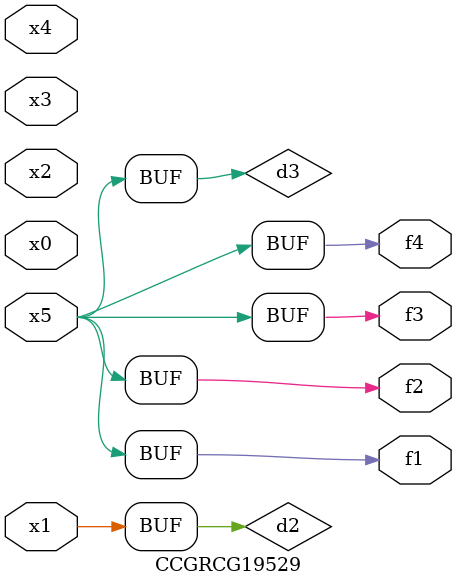
<source format=v>
module CCGRCG19529(
	input x0, x1, x2, x3, x4, x5,
	output f1, f2, f3, f4
);

	wire d1, d2, d3;

	not (d1, x5);
	or (d2, x1);
	xnor (d3, d1);
	assign f1 = d3;
	assign f2 = d3;
	assign f3 = d3;
	assign f4 = d3;
endmodule

</source>
